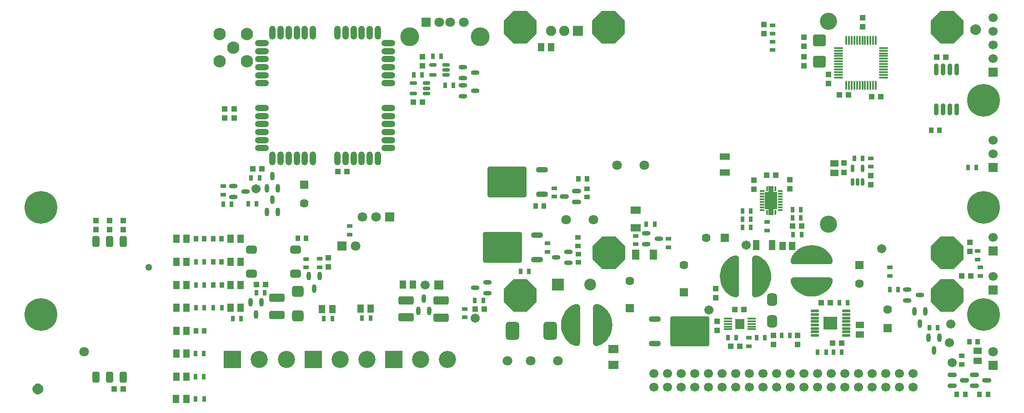
<source format=gts>
G04*
G04 #@! TF.GenerationSoftware,Altium Limited,Altium Designer,18.1.9 (240)*
G04*
G04 Layer_Color=8388736*
%FSLAX24Y24*%
%MOIN*%
G70*
G01*
G75*
%ADD48R,0.0356X0.0434*%
%ADD49R,0.0434X0.0356*%
%ADD50O,0.0671X0.0361*%
%ADD51O,0.0886X0.0433*%
G04:AMPARAMS|DCode=52|XSize=287.5mil|YSize=226.5mil|CornerRadius=14.9mil|HoleSize=0mil|Usage=FLASHONLY|Rotation=180.000|XOffset=0mil|YOffset=0mil|HoleType=Round|Shape=RoundedRectangle|*
%AMROUNDEDRECTD52*
21,1,0.2875,0.1967,0,0,180.0*
21,1,0.2577,0.2265,0,0,180.0*
1,1,0.0299,-0.1288,0.0983*
1,1,0.0299,0.1288,0.0983*
1,1,0.0299,0.1288,-0.0983*
1,1,0.0299,-0.1288,-0.0983*
%
%ADD52ROUNDEDRECTD52*%
%ADD53R,0.0493X0.0631*%
%ADD54R,0.0631X0.0493*%
G04:AMPARAMS|DCode=55|XSize=78.9mil|YSize=59.2mil|CornerRadius=16.8mil|HoleSize=0mil|Usage=FLASHONLY|Rotation=0.000|XOffset=0mil|YOffset=0mil|HoleType=Round|Shape=RoundedRectangle|*
%AMROUNDEDRECTD55*
21,1,0.0789,0.0256,0,0,0.0*
21,1,0.0453,0.0592,0,0,0.0*
1,1,0.0336,0.0226,-0.0128*
1,1,0.0336,-0.0226,-0.0128*
1,1,0.0336,-0.0226,0.0128*
1,1,0.0336,0.0226,0.0128*
%
%ADD55ROUNDEDRECTD55*%
%ADD56C,0.0671*%
G04:AMPARAMS|DCode=57|XSize=136mil|YSize=98.6mil|CornerRadius=26.6mil|HoleSize=0mil|Usage=FLASHONLY|Rotation=90.000|XOffset=0mil|YOffset=0mil|HoleType=Round|Shape=RoundedRectangle|*
%AMROUNDEDRECTD57*
21,1,0.1360,0.0453,0,0,90.0*
21,1,0.0827,0.0986,0,0,90.0*
1,1,0.0533,0.0226,0.0413*
1,1,0.0533,0.0226,-0.0413*
1,1,0.0533,-0.0226,-0.0413*
1,1,0.0533,-0.0226,0.0413*
%
%ADD57ROUNDEDRECTD57*%
%ADD58R,0.0493X0.0769*%
%ADD59R,0.0769X0.0493*%
%ADD60R,0.0433X0.0394*%
%ADD61O,0.0472X0.1024*%
%ADD62O,0.1024X0.0472*%
%ADD63R,0.0394X0.0433*%
%ADD64R,0.0315X0.0394*%
%ADD65R,0.0394X0.0315*%
%ADD66O,0.0630X0.0320*%
%ADD67O,0.0276X0.0571*%
%ADD68R,0.0610X0.0492*%
%ADD69O,0.0157X0.0669*%
%ADD70O,0.0669X0.0157*%
%ADD71O,0.0335X0.0889*%
G04:AMPARAMS|DCode=72|XSize=94.5mil|YSize=86.6mil|CornerRadius=14.4mil|HoleSize=0mil|Usage=FLASHONLY|Rotation=0.000|XOffset=0mil|YOffset=0mil|HoleType=Round|Shape=RoundedRectangle|*
%AMROUNDEDRECTD72*
21,1,0.0945,0.0579,0,0,0.0*
21,1,0.0657,0.0866,0,0,0.0*
1,1,0.0287,0.0329,-0.0289*
1,1,0.0287,-0.0329,-0.0289*
1,1,0.0287,-0.0329,0.0289*
1,1,0.0287,0.0329,0.0289*
%
%ADD72ROUNDEDRECTD72*%
%ADD73R,0.0433X0.0433*%
%ADD74R,0.0492X0.0610*%
%ADD75R,0.1004X0.0945*%
%ADD76O,0.0630X0.0217*%
%ADD77O,0.0320X0.0630*%
%ADD78O,0.0374X0.0157*%
%ADD79O,0.0157X0.0374*%
%ADD80R,0.0433X0.0827*%
%ADD81O,0.0571X0.0276*%
%ADD82R,0.0453X0.0591*%
G04:AMPARAMS|DCode=83|XSize=86.6mil|YSize=82.7mil|CornerRadius=21.7mil|HoleSize=0mil|Usage=FLASHONLY|Rotation=180.000|XOffset=0mil|YOffset=0mil|HoleType=Round|Shape=RoundedRectangle|*
%AMROUNDEDRECTD83*
21,1,0.0866,0.0394,0,0,180.0*
21,1,0.0433,0.0827,0,0,180.0*
1,1,0.0433,-0.0217,0.0197*
1,1,0.0433,0.0217,0.0197*
1,1,0.0433,0.0217,-0.0197*
1,1,0.0433,-0.0217,-0.0197*
%
%ADD83ROUNDEDRECTD83*%
G04:AMPARAMS|DCode=84|XSize=114.2mil|YSize=63mil|CornerRadius=16.7mil|HoleSize=0mil|Usage=FLASHONLY|Rotation=180.000|XOffset=0mil|YOffset=0mil|HoleType=Round|Shape=RoundedRectangle|*
%AMROUNDEDRECTD84*
21,1,0.1142,0.0295,0,0,180.0*
21,1,0.0807,0.0630,0,0,180.0*
1,1,0.0335,-0.0404,0.0148*
1,1,0.0335,0.0404,0.0148*
1,1,0.0335,0.0404,-0.0148*
1,1,0.0335,-0.0404,-0.0148*
%
%ADD84ROUNDEDRECTD84*%
%ADD85R,0.0433X0.0433*%
G04:AMPARAMS|DCode=86|XSize=90.6mil|YSize=72.8mil|CornerRadius=19.2mil|HoleSize=0mil|Usage=FLASHONLY|Rotation=90.000|XOffset=0mil|YOffset=0mil|HoleType=Round|Shape=RoundedRectangle|*
%AMROUNDEDRECTD86*
21,1,0.0906,0.0344,0,0,90.0*
21,1,0.0522,0.0728,0,0,90.0*
1,1,0.0384,0.0172,0.0261*
1,1,0.0384,0.0172,-0.0261*
1,1,0.0384,-0.0172,-0.0261*
1,1,0.0384,-0.0172,0.0261*
%
%ADD86ROUNDEDRECTD86*%
%ADD87R,0.0650X0.0768*%
%ADD88O,0.0610X0.0157*%
G04:AMPARAMS|DCode=89|XSize=55.1mil|YSize=76mil|CornerRadius=4.5mil|HoleSize=0mil|Usage=FLASHONLY|Rotation=90.000|XOffset=0mil|YOffset=0mil|HoleType=Round|Shape=RoundedRectangle|*
%AMROUNDEDRECTD89*
21,1,0.0551,0.0669,0,0,90.0*
21,1,0.0461,0.0760,0,0,90.0*
1,1,0.0091,0.0335,0.0230*
1,1,0.0091,0.0335,-0.0230*
1,1,0.0091,-0.0335,-0.0230*
1,1,0.0091,-0.0335,0.0230*
%
%ADD89ROUNDEDRECTD89*%
G04:AMPARAMS|DCode=90|XSize=55.1mil|YSize=76mil|CornerRadius=4.5mil|HoleSize=0mil|Usage=FLASHONLY|Rotation=0.000|XOffset=0mil|YOffset=0mil|HoleType=Round|Shape=RoundedRectangle|*
%AMROUNDEDRECTD90*
21,1,0.0551,0.0669,0,0,0.0*
21,1,0.0461,0.0760,0,0,0.0*
1,1,0.0091,0.0230,-0.0335*
1,1,0.0091,-0.0230,-0.0335*
1,1,0.0091,-0.0230,0.0335*
1,1,0.0091,0.0230,0.0335*
%
%ADD90ROUNDEDRECTD90*%
G04:AMPARAMS|DCode=91|XSize=283.5mil|YSize=222.4mil|CornerRadius=12.9mil|HoleSize=0mil|Usage=FLASHONLY|Rotation=0.000|XOffset=0mil|YOffset=0mil|HoleType=Round|Shape=RoundedRectangle|*
%AMROUNDEDRECTD91*
21,1,0.2835,0.1967,0,0,0.0*
21,1,0.2577,0.2224,0,0,0.0*
1,1,0.0258,0.1288,-0.0983*
1,1,0.0258,-0.1288,-0.0983*
1,1,0.0258,-0.1288,0.0983*
1,1,0.0258,0.1288,0.0983*
%
%ADD91ROUNDEDRECTD91*%
%ADD92R,0.0748X0.0591*%
G04:AMPARAMS|DCode=93|XSize=82.7mil|YSize=51.2mil|CornerRadius=13.8mil|HoleSize=0mil|Usage=FLASHONLY|Rotation=270.000|XOffset=0mil|YOffset=0mil|HoleType=Round|Shape=RoundedRectangle|*
%AMROUNDEDRECTD93*
21,1,0.0827,0.0236,0,0,270.0*
21,1,0.0551,0.0512,0,0,270.0*
1,1,0.0276,-0.0118,-0.0276*
1,1,0.0276,-0.0118,0.0276*
1,1,0.0276,0.0118,0.0276*
1,1,0.0276,0.0118,-0.0276*
%
%ADD93ROUNDEDRECTD93*%
%ADD94C,0.0710*%
%ADD95C,0.1261*%
%ADD96C,0.1379*%
%ADD97R,0.0710X0.0710*%
%ADD98R,0.0710X0.0710*%
%ADD99R,0.1261X0.1261*%
%ADD100C,0.0669*%
%ADD101C,0.0639*%
%ADD102R,0.0639X0.0639*%
%ADD103R,0.0639X0.0639*%
%ADD104R,0.0748X0.0748*%
%ADD105C,0.0748*%
%ADD106R,0.0669X0.0669*%
%ADD107C,0.0906*%
%ADD108C,0.0866*%
%ADD109R,0.0866X0.0866*%
%ADD110C,0.0512*%
%ADD111C,0.0709*%
%ADD112R,0.0669X0.0669*%
%ADD113P,0.2599X8X292.5*%
%ADD114C,0.2402*%
G36*
X1191Y1627D02*
X1088Y1614D01*
X992Y1574D01*
X910Y1511D01*
X847Y1429D01*
X807Y1333D01*
X794Y1230D01*
X807Y1128D01*
X847Y1032D01*
X910Y950D01*
X992Y886D01*
X1088Y847D01*
X1191Y833D01*
D01*
X1294Y847D01*
X1389Y886D01*
X1472Y950D01*
X1535Y1032D01*
X1575Y1128D01*
X1588Y1230D01*
X1575Y1333D01*
X1535Y1429D01*
X1472Y1511D01*
X1389Y1574D01*
X1294Y1614D01*
X1191Y1627D01*
D01*
D02*
G37*
G36*
X40715Y7469D02*
X40723Y7470D01*
X40794Y7452D01*
X40800Y7447D01*
X40809Y7445D01*
X40868Y7401D01*
X40872Y7394D01*
X40879Y7389D01*
X40918Y7327D01*
X40919Y7319D01*
X40924Y7312D01*
X40937Y7240D01*
X40937Y7236D01*
X40938Y7232D01*
Y4626D01*
X40937Y4622D01*
X40937Y4618D01*
X40923Y4544D01*
X40919Y4537D01*
X40917Y4529D01*
X40877Y4465D01*
X40870Y4460D01*
X40866Y4453D01*
X40805Y4408D01*
X40797Y4406D01*
X40791Y4401D01*
X40718Y4382D01*
X40709Y4383D01*
X40701Y4381D01*
X40626Y4390D01*
X40623Y4392D01*
X40618Y4391D01*
X40489Y4432D01*
X40488Y4433D01*
X40486Y4433D01*
X40335Y4494D01*
X40332Y4496D01*
X40329Y4497D01*
X40189Y4580D01*
X40187Y4583D01*
X40184Y4584D01*
X40059Y4688D01*
X40058Y4689D01*
X40056Y4690D01*
X40052Y4694D01*
X40051Y4696D01*
X40050Y4696D01*
X39900Y4862D01*
X39899Y4865D01*
X39897Y4867D01*
X39771Y5051D01*
X39771Y5054D01*
X39768Y5056D01*
X39668Y5255D01*
X39668Y5258D01*
X39666Y5260D01*
X39593Y5470D01*
X39593Y5473D01*
X39592Y5476D01*
X39547Y5694D01*
X39548Y5697D01*
X39547Y5700D01*
X39532Y5922D01*
X39533Y5925D01*
X39532Y5928D01*
X39547Y6150D01*
X39548Y6153D01*
X39547Y6156D01*
X39592Y6374D01*
X39593Y6377D01*
X39593Y6380D01*
X39666Y6591D01*
X39668Y6593D01*
X39668Y6596D01*
X39768Y6795D01*
X39771Y6797D01*
X39771Y6800D01*
X39897Y6984D01*
X39899Y6985D01*
X39900Y6988D01*
X40050Y7154D01*
X40051Y7155D01*
X40052Y7156D01*
X40054Y7158D01*
X40056Y7159D01*
X40056Y7161D01*
X40183Y7266D01*
X40186Y7267D01*
X40188Y7270D01*
X40330Y7354D01*
X40333Y7355D01*
X40336Y7357D01*
X40489Y7418D01*
X40491Y7418D01*
X40492Y7419D01*
X40626Y7461D01*
X40630Y7461D01*
X40634Y7463D01*
X40707Y7472D01*
X40715Y7469D01*
D02*
G37*
G36*
X42208Y7461D02*
X42212Y7459D01*
X42216Y7459D01*
X42346Y7419D01*
X42347Y7417D01*
X42349Y7417D01*
X42500Y7357D01*
X42502Y7354D01*
X42506Y7354D01*
X42645Y7271D01*
X42648Y7268D01*
X42651Y7267D01*
X42776Y7163D01*
X42777Y7161D01*
X42779Y7161D01*
X42783Y7156D01*
X42784Y7155D01*
X42785Y7154D01*
X42934Y6988D01*
X42935Y6985D01*
X42938Y6984D01*
X43063Y6800D01*
X43064Y6797D01*
X43066Y6795D01*
X43167Y6596D01*
X43167Y6593D01*
X43169Y6591D01*
X43242Y6380D01*
X43241Y6377D01*
X43243Y6374D01*
X43287Y6156D01*
X43287Y6153D01*
X43288Y6150D01*
X43303Y5928D01*
X43302Y5925D01*
X43303Y5922D01*
X43288Y5700D01*
X43287Y5697D01*
X43287Y5694D01*
X43243Y5476D01*
X43241Y5473D01*
X43242Y5470D01*
X43169Y5260D01*
X43167Y5258D01*
X43167Y5254D01*
X43066Y5055D01*
X43064Y5053D01*
X43063Y5051D01*
X42938Y4867D01*
X42935Y4865D01*
X42934Y4862D01*
X42785Y4696D01*
X42784Y4696D01*
X42783Y4694D01*
X42781Y4692D01*
X42779Y4691D01*
X42778Y4690D01*
X42652Y4585D01*
X42648Y4584D01*
X42646Y4581D01*
X42505Y4496D01*
X42501Y4496D01*
X42499Y4493D01*
X42346Y4432D01*
X42344Y4432D01*
X42343Y4431D01*
X42209Y4389D01*
X42204Y4389D01*
X42201Y4387D01*
X42128Y4379D01*
X42120Y4381D01*
X42112Y4380D01*
X42041Y4399D01*
X42034Y4404D01*
X42026Y4406D01*
X41967Y4449D01*
X41963Y4456D01*
X41956Y4461D01*
X41917Y4523D01*
X41915Y4531D01*
X41911Y4538D01*
X41897Y4610D01*
X41898Y4614D01*
X41896Y4618D01*
Y7224D01*
X41898Y7228D01*
X41897Y7232D01*
X41911Y7306D01*
X41916Y7313D01*
X41917Y7321D01*
X41958Y7385D01*
X41964Y7390D01*
X41969Y7397D01*
X42029Y7442D01*
X42037Y7444D01*
X42044Y7449D01*
X42117Y7468D01*
X42125Y7467D01*
X42133Y7469D01*
X42208Y7461D01*
D02*
G37*
G36*
X52280Y7963D02*
X52276Y7965D01*
X52272Y7964D01*
X52142Y8005D01*
X52141Y8006D01*
X52139Y8006D01*
X51988Y8066D01*
X51986Y8069D01*
X51982Y8069D01*
X51843Y8153D01*
X51841Y8155D01*
X51837Y8157D01*
X51712Y8260D01*
X51711Y8262D01*
X51710Y8263D01*
X51705Y8267D01*
X51704Y8269D01*
X51703Y8269D01*
X51554Y8435D01*
X51553Y8438D01*
X51550Y8439D01*
X51425Y8623D01*
X51424Y8626D01*
X51422Y8628D01*
X51322Y8827D01*
X51321Y8830D01*
X51319Y8833D01*
X51247Y9043D01*
X51247Y9046D01*
X51245Y9049D01*
X51201Y9267D01*
X51201Y9270D01*
X51200Y9273D01*
X51185Y9495D01*
X51186Y9498D01*
X51185Y9501D01*
X51200Y9723D01*
X51201Y9726D01*
X51201Y9729D01*
X51245Y9947D01*
X51247Y9950D01*
X51247Y9953D01*
X51319Y10163D01*
X51321Y10166D01*
X51322Y10169D01*
X51422Y10368D01*
X51424Y10370D01*
X51425Y10373D01*
X51550Y10557D01*
X51553Y10558D01*
X51554Y10561D01*
X51703Y10727D01*
X51704Y10727D01*
X51705Y10729D01*
X51707Y10731D01*
X51709Y10732D01*
X51710Y10733D01*
X51837Y10839D01*
X51840Y10840D01*
X51842Y10843D01*
X51983Y10927D01*
X51987Y10927D01*
X51989Y10930D01*
X52142Y10991D01*
X52144Y10991D01*
X52145Y10992D01*
X52280Y11034D01*
X52284Y11034D01*
X52287Y11036D01*
X52360Y11044D01*
X52368Y11042D01*
X52376Y11043D01*
X52447Y11024D01*
X52454Y11019D01*
X52462Y11017D01*
X52521Y10974D01*
X52525Y10967D01*
X52532Y10962D01*
X52571Y10900D01*
X52573Y10892D01*
X52577Y10885D01*
X52591Y10813D01*
X52590Y10809D01*
X52592Y10805D01*
Y8199D01*
X52590Y8195D01*
X52591Y8191D01*
X52577Y8117D01*
X52572Y8110D01*
X52571Y8102D01*
X52531Y8038D01*
X52524Y8033D01*
X52520Y8026D01*
X52459Y7981D01*
X52451Y7979D01*
X52444Y7974D01*
X52371Y7955D01*
X52363Y7956D01*
X52355Y7954D01*
X52280Y7963D01*
D02*
G37*
G36*
X58139Y11772D02*
X58141Y11771D01*
X58144Y11772D01*
X58363Y11727D01*
X58365Y11726D01*
X58368Y11726D01*
X58579Y11653D01*
X58581Y11651D01*
X58584Y11651D01*
X58783Y11551D01*
X58785Y11548D01*
X58788Y11548D01*
X58972Y11422D01*
X58974Y11419D01*
X58977Y11418D01*
X59142Y11269D01*
X59143Y11268D01*
X59144Y11267D01*
X59147Y11265D01*
X59147Y11263D01*
X59149Y11263D01*
X59254Y11136D01*
X59255Y11133D01*
X59258Y11130D01*
X59342Y10989D01*
X59343Y10985D01*
X59345Y10983D01*
X59406Y10830D01*
X59406Y10828D01*
X59408Y10827D01*
X59450Y10693D01*
X59449Y10689D01*
X59451Y10685D01*
X59460Y10612D01*
X59457Y10604D01*
X59459Y10596D01*
X59440Y10525D01*
X59435Y10518D01*
X59433Y10510D01*
X59389Y10451D01*
X59382Y10447D01*
X59378Y10440D01*
X59315Y10401D01*
X59307Y10400D01*
X59300Y10395D01*
X59228Y10381D01*
X59224Y10382D01*
X59220Y10381D01*
X56614D01*
X56611Y10382D01*
X56606Y10381D01*
X56532Y10396D01*
X56525Y10400D01*
X56517Y10401D01*
X56453Y10442D01*
X56448Y10449D01*
X56441Y10453D01*
X56397Y10514D01*
X56395Y10522D01*
X56390Y10528D01*
X56370Y10601D01*
X56371Y10610D01*
X56369Y10617D01*
X56378Y10693D01*
X56380Y10696D01*
X56380Y10700D01*
X56420Y10830D01*
X56421Y10831D01*
X56421Y10833D01*
X56482Y10984D01*
X56484Y10987D01*
X56485Y10990D01*
X56568Y11130D01*
X56571Y11132D01*
X56572Y11135D01*
X56676Y11260D01*
X56677Y11261D01*
X56678Y11263D01*
X56683Y11267D01*
X56684Y11268D01*
X56685Y11269D01*
X56850Y11418D01*
X56853Y11419D01*
X56855Y11422D01*
X57039Y11548D01*
X57042Y11548D01*
X57044Y11551D01*
X57243Y11651D01*
X57246Y11651D01*
X57248Y11653D01*
X57459Y11726D01*
X57462Y11726D01*
X57464Y11727D01*
X57682Y11772D01*
X57685Y11771D01*
X57688Y11772D01*
X57911Y11787D01*
X57913Y11786D01*
X57916Y11787D01*
X58139Y11772D01*
D02*
G37*
G36*
X53862Y11034D02*
X53866Y11031D01*
X53870Y11032D01*
X53999Y10991D01*
X54001Y10990D01*
X54002Y10990D01*
X54153Y10930D01*
X54156Y10927D01*
X54159Y10927D01*
X54299Y10843D01*
X54301Y10841D01*
X54305Y10840D01*
X54430Y10736D01*
X54430Y10734D01*
X54432Y10733D01*
X54437Y10729D01*
X54437Y10727D01*
X54439Y10727D01*
X54588Y10561D01*
X54589Y10558D01*
X54591Y10557D01*
X54717Y10373D01*
X54718Y10370D01*
X54720Y10368D01*
X54820Y10169D01*
X54820Y10166D01*
X54822Y10163D01*
X54895Y9953D01*
X54895Y9950D01*
X54897Y9947D01*
X54941Y9729D01*
X54940Y9726D01*
X54942Y9723D01*
X54956Y9501D01*
X54956Y9498D01*
X54956Y9495D01*
X54942Y9273D01*
X54940Y9270D01*
X54941Y9267D01*
X54897Y9049D01*
X54895Y9046D01*
X54895Y9043D01*
X54822Y8833D01*
X54820Y8830D01*
X54820Y8827D01*
X54720Y8628D01*
X54718Y8626D01*
X54717Y8623D01*
X54591Y8439D01*
X54589Y8438D01*
X54588Y8435D01*
X54439Y8269D01*
X54437Y8269D01*
X54437Y8267D01*
X54434Y8265D01*
X54433Y8264D01*
X54432Y8263D01*
X54305Y8157D01*
X54302Y8156D01*
X54300Y8154D01*
X54158Y8069D01*
X54155Y8069D01*
X54152Y8066D01*
X53999Y8005D01*
X53998Y8005D01*
X53996Y8004D01*
X53862Y7962D01*
X53858Y7962D01*
X53854Y7960D01*
X53781Y7952D01*
X53773Y7954D01*
X53765Y7953D01*
X53694Y7972D01*
X53688Y7977D01*
X53680Y7979D01*
X53621Y8022D01*
X53616Y8029D01*
X53610Y8034D01*
X53570Y8096D01*
X53569Y8104D01*
X53564Y8111D01*
X53551Y8183D01*
X53552Y8187D01*
X53550Y8191D01*
Y10797D01*
X53552Y10801D01*
X53551Y10805D01*
X53565Y10879D01*
X53569Y10886D01*
X53571Y10894D01*
X53611Y10958D01*
X53618Y10963D01*
X53622Y10970D01*
X53683Y11015D01*
X53691Y11017D01*
X53698Y11022D01*
X53771Y11041D01*
X53779Y11040D01*
X53787Y11042D01*
X53862Y11034D01*
D02*
G37*
G36*
X59216Y9421D02*
X59220Y9422D01*
X59295Y9408D01*
X59302Y9403D01*
X59310Y9402D01*
X59374Y9361D01*
X59378Y9355D01*
X59385Y9350D01*
X59430Y9289D01*
X59432Y9281D01*
X59437Y9275D01*
X59456Y9202D01*
X59455Y9194D01*
X59458Y9186D01*
X59449Y9111D01*
X59447Y9107D01*
X59447Y9103D01*
X59407Y8973D01*
X59406Y8972D01*
X59406Y8970D01*
X59345Y8819D01*
X59343Y8817D01*
X59342Y8813D01*
X59259Y8673D01*
X59256Y8671D01*
X59255Y8668D01*
X59151Y8543D01*
X59149Y8542D01*
X59149Y8540D01*
X59144Y8536D01*
X59143Y8535D01*
X59142Y8534D01*
X58977Y8385D01*
X58974Y8384D01*
X58972Y8381D01*
X58788Y8255D01*
X58785Y8255D01*
X58783Y8253D01*
X58584Y8152D01*
X58581Y8152D01*
X58579Y8150D01*
X58368Y8077D01*
X58365Y8077D01*
X58363Y8076D01*
X58144Y8032D01*
X58141Y8032D01*
X58139Y8031D01*
X57916Y8016D01*
X57913Y8017D01*
X57910Y8016D01*
X57688Y8031D01*
X57685Y8032D01*
X57682Y8032D01*
X57464Y8076D01*
X57462Y8077D01*
X57459Y8077D01*
X57248Y8150D01*
X57246Y8152D01*
X57243Y8152D01*
X57044Y8253D01*
X57042Y8255D01*
X57039Y8255D01*
X56855Y8381D01*
X56853Y8384D01*
X56850Y8385D01*
X56685Y8534D01*
X56684Y8535D01*
X56683Y8536D01*
X56680Y8538D01*
X56680Y8540D01*
X56678Y8541D01*
X56573Y8667D01*
X56572Y8671D01*
X56569Y8673D01*
X56485Y8814D01*
X56484Y8818D01*
X56482Y8820D01*
X56420Y8973D01*
X56420Y8975D01*
X56419Y8976D01*
X56377Y9110D01*
X56378Y9115D01*
X56376Y9118D01*
X56367Y9191D01*
X56369Y9199D01*
X56368Y9207D01*
X56387Y9278D01*
X56392Y9285D01*
X56394Y9293D01*
X56437Y9352D01*
X56444Y9356D01*
X56449Y9363D01*
X56511Y9402D01*
X56519Y9403D01*
X56526Y9408D01*
X56598Y9422D01*
X56603Y9421D01*
X56607Y9422D01*
X59212D01*
X59216Y9421D01*
D02*
G37*
G36*
X55378Y14425D02*
X55366Y14417D01*
X55122D01*
Y14008D01*
X55114Y13992D01*
X55098Y13982D01*
X55000D01*
X54969Y13995D01*
X54957Y14026D01*
Y14268D01*
X54925D01*
Y14026D01*
X54913Y13995D01*
X54882Y13982D01*
X54783D01*
X54772Y13992D01*
X54764Y14008D01*
X54760Y14020D01*
Y14417D01*
X54516D01*
X54504Y14425D01*
X54496Y14437D01*
Y15681D01*
X54504Y15693D01*
X54520Y15701D01*
X54760D01*
Y16106D01*
X54764Y16118D01*
X54772Y16130D01*
X54783Y16136D01*
X54882D01*
X54913Y16123D01*
X54925Y16093D01*
Y15850D01*
X54957D01*
Y16093D01*
X54969Y16123D01*
X55000Y16136D01*
X55098D01*
X55114Y16122D01*
X55122Y16098D01*
Y15701D01*
X55358D01*
X55378Y15697D01*
X55386Y15677D01*
Y14437D01*
X55378Y14425D01*
D02*
G37*
G36*
X69941Y28025D02*
X69838Y28012D01*
X69742Y27972D01*
X69660Y27909D01*
X69597Y27826D01*
X69557Y27731D01*
X69544Y27628D01*
X69557Y27525D01*
X69597Y27429D01*
X69660Y27347D01*
X69742Y27284D01*
X69838Y27244D01*
X69941Y27231D01*
D01*
X70044Y27244D01*
X70139Y27284D01*
X70222Y27347D01*
X70285Y27429D01*
X70325Y27525D01*
X70338Y27628D01*
X70325Y27731D01*
X70285Y27826D01*
X70222Y27909D01*
X70139Y27972D01*
X70044Y28012D01*
X69941Y28025D01*
D01*
D02*
G37*
D48*
X13376Y12257D02*
D03*
X12766D02*
D03*
X38278Y14665D02*
D03*
X37668D02*
D03*
X41437Y16663D02*
D03*
X40827D02*
D03*
X69173Y817D02*
D03*
X68563D02*
D03*
X70837D02*
D03*
X70227D02*
D03*
X67283Y20226D02*
D03*
X66673D02*
D03*
X69488Y4709D02*
D03*
X70098D02*
D03*
X20236Y12283D02*
D03*
X20846D02*
D03*
X12766Y5506D02*
D03*
X13376D02*
D03*
X14656Y12248D02*
D03*
X14046D02*
D03*
X14656Y10572D02*
D03*
X14046D02*
D03*
X14675Y8867D02*
D03*
X14065D02*
D03*
D49*
X40797Y12352D02*
D03*
Y11742D02*
D03*
X41437Y15945D02*
D03*
Y15335D02*
D03*
X40807Y10522D02*
D03*
Y11132D02*
D03*
X68907Y3652D02*
D03*
Y3042D02*
D03*
D50*
X40684Y14951D02*
D03*
Y15751D02*
D03*
X39774Y15351D02*
D03*
X68214Y2264D02*
D03*
Y1464D02*
D03*
X69124Y1864D02*
D03*
X69838Y2272D02*
D03*
Y1472D02*
D03*
X70748Y1872D02*
D03*
D51*
X38140Y17315D02*
D03*
Y15520D02*
D03*
X37795Y12531D02*
D03*
Y10736D02*
D03*
X46427Y6360D02*
D03*
Y4565D02*
D03*
D52*
X35581Y16417D02*
D03*
X35236Y11634D02*
D03*
D53*
X22766Y7106D02*
D03*
X22018D02*
D03*
X15315Y8877D02*
D03*
X16063D02*
D03*
X12088Y12248D02*
D03*
X11340D02*
D03*
X12087Y5506D02*
D03*
X11339D02*
D03*
X15315Y12254D02*
D03*
X16063D02*
D03*
X15315Y10571D02*
D03*
X16063D02*
D03*
X15315Y7192D02*
D03*
X16063D02*
D03*
X25581Y7116D02*
D03*
X24833D02*
D03*
D54*
X70098Y4045D02*
D03*
Y3297D02*
D03*
D55*
X16860Y9685D02*
D03*
Y11457D02*
D03*
X20089Y9685D02*
D03*
Y11457D02*
D03*
D56*
X17185Y15915D02*
D03*
X33234Y6437D02*
D03*
X53130Y11801D02*
D03*
X50374Y7018D02*
D03*
X68130Y6004D02*
D03*
X68022Y4636D02*
D03*
X68199Y3169D02*
D03*
X63061Y11526D02*
D03*
D57*
X35984Y5512D02*
D03*
X38740D02*
D03*
D58*
X53858Y11782D02*
D03*
X55000D02*
D03*
D59*
X51545Y18287D02*
D03*
Y17146D02*
D03*
D60*
X67069Y25581D02*
D03*
X67739D02*
D03*
X33903Y7106D02*
D03*
X33233D02*
D03*
X62992Y22709D02*
D03*
X62323D02*
D03*
X59961Y22817D02*
D03*
X60630D02*
D03*
X59449Y4596D02*
D03*
X60118D02*
D03*
X58612Y7559D02*
D03*
X59282D02*
D03*
X54626Y16939D02*
D03*
X55295D02*
D03*
X56516Y13199D02*
D03*
X57185D02*
D03*
X68917Y9547D02*
D03*
X69587D02*
D03*
X29390Y22313D02*
D03*
X28720D02*
D03*
X23169Y17185D02*
D03*
X23839D02*
D03*
X16939Y17382D02*
D03*
X17608D02*
D03*
X17874Y8898D02*
D03*
X17205D02*
D03*
X51968Y4374D02*
D03*
X52638D02*
D03*
X52943Y7080D02*
D03*
X52274D02*
D03*
X6770Y1230D02*
D03*
X7440D02*
D03*
D61*
X26111Y27402D02*
D03*
Y18150D02*
D03*
X18985Y27402D02*
D03*
X18394D02*
D03*
X19576D02*
D03*
X20166D02*
D03*
X20757D02*
D03*
X21347D02*
D03*
X24930D02*
D03*
X23158D02*
D03*
X23749D02*
D03*
X24339D02*
D03*
X25520D02*
D03*
X19576Y18150D02*
D03*
X18985D02*
D03*
X18394D02*
D03*
X21347D02*
D03*
X20757D02*
D03*
X20166D02*
D03*
X25520D02*
D03*
X24930D02*
D03*
X24339D02*
D03*
X23749D02*
D03*
X23158D02*
D03*
D62*
X17627Y18917D02*
D03*
Y21870D02*
D03*
Y24862D02*
D03*
X26879Y18917D02*
D03*
Y21870D02*
D03*
Y24862D02*
D03*
X17627Y19508D02*
D03*
Y20098D02*
D03*
Y20689D02*
D03*
Y21280D02*
D03*
Y23681D02*
D03*
Y24272D02*
D03*
Y25453D02*
D03*
Y26043D02*
D03*
Y26634D02*
D03*
X26879Y19508D02*
D03*
Y20098D02*
D03*
Y20689D02*
D03*
Y21280D02*
D03*
Y23681D02*
D03*
Y24272D02*
D03*
Y26043D02*
D03*
Y25453D02*
D03*
Y26634D02*
D03*
D63*
X54419Y27992D02*
D03*
Y27323D02*
D03*
X60276Y17815D02*
D03*
Y17146D02*
D03*
X62264Y16240D02*
D03*
Y16909D02*
D03*
X61644Y28494D02*
D03*
Y27825D02*
D03*
X57363Y26390D02*
D03*
Y27059D02*
D03*
X57362Y25642D02*
D03*
Y24973D02*
D03*
X59163Y24323D02*
D03*
Y23654D02*
D03*
X56308Y15915D02*
D03*
Y16585D02*
D03*
X53681Y15886D02*
D03*
Y16555D02*
D03*
X69508Y11998D02*
D03*
Y11329D02*
D03*
X29370Y25630D02*
D03*
Y24961D02*
D03*
X22472Y10866D02*
D03*
Y10197D02*
D03*
X56890Y5168D02*
D03*
Y4499D02*
D03*
X55128Y5168D02*
D03*
Y4499D02*
D03*
X50881Y8593D02*
D03*
Y7923D02*
D03*
X50984Y6204D02*
D03*
Y5535D02*
D03*
X5442Y13612D02*
D03*
Y12943D02*
D03*
X6436Y13612D02*
D03*
Y12943D02*
D03*
X7440Y13593D02*
D03*
Y12923D02*
D03*
X15581Y21142D02*
D03*
Y21811D02*
D03*
X14882Y21142D02*
D03*
Y21811D02*
D03*
D64*
X36585Y9852D02*
D03*
X37195D02*
D03*
X24961Y6417D02*
D03*
X25571D02*
D03*
X14065Y7202D02*
D03*
X14675D02*
D03*
X61053Y18179D02*
D03*
X61663D02*
D03*
X33224Y7717D02*
D03*
X33834D02*
D03*
X58966Y3937D02*
D03*
X58356D02*
D03*
X60118D02*
D03*
X59508D02*
D03*
X60551Y7560D02*
D03*
X59941D02*
D03*
X63652Y8533D02*
D03*
X64262D02*
D03*
X66546Y5728D02*
D03*
X67156D02*
D03*
X52835Y13100D02*
D03*
X53445D02*
D03*
X52835Y13701D02*
D03*
X53445D02*
D03*
X52835Y14301D02*
D03*
X53445D02*
D03*
X57126Y14400D02*
D03*
X56516D02*
D03*
X57126Y13799D02*
D03*
X56516D02*
D03*
X57175Y12580D02*
D03*
X56565D02*
D03*
X69980Y17500D02*
D03*
X69370D02*
D03*
X31044Y23533D02*
D03*
X31654D02*
D03*
X30138Y25650D02*
D03*
X30748D02*
D03*
X28750Y24281D02*
D03*
X29360D02*
D03*
X14784Y14793D02*
D03*
X15394D02*
D03*
X17224Y14823D02*
D03*
X16614D02*
D03*
X17441Y16742D02*
D03*
X16831D02*
D03*
X13356Y2126D02*
D03*
X12746D02*
D03*
X13376Y8867D02*
D03*
X12766D02*
D03*
X13376Y10572D02*
D03*
X12766D02*
D03*
X13376Y7202D02*
D03*
X12766D02*
D03*
X13356Y3821D02*
D03*
X12746D02*
D03*
X13366Y482D02*
D03*
X12756D02*
D03*
X17199Y8287D02*
D03*
X17809D02*
D03*
X16092Y6388D02*
D03*
X15482D02*
D03*
X22156Y6407D02*
D03*
X22766D02*
D03*
X55709Y5178D02*
D03*
X56319D02*
D03*
X54488Y4983D02*
D03*
X53878D02*
D03*
X51788Y5013D02*
D03*
X52398D02*
D03*
X46407Y13337D02*
D03*
X45797D02*
D03*
D65*
X38558Y11919D02*
D03*
Y11309D02*
D03*
X62264Y18179D02*
D03*
Y17569D02*
D03*
X55049Y26134D02*
D03*
Y26744D02*
D03*
Y27315D02*
D03*
Y27925D02*
D03*
X32485Y7106D02*
D03*
Y6496D02*
D03*
X63652Y10157D02*
D03*
Y9547D02*
D03*
X54646Y12874D02*
D03*
Y13484D02*
D03*
X70266Y9538D02*
D03*
Y10148D02*
D03*
X70098Y11348D02*
D03*
Y10738D02*
D03*
X24065Y13189D02*
D03*
Y12579D02*
D03*
X14793Y15512D02*
D03*
Y16122D02*
D03*
X39045Y15964D02*
D03*
Y15354D02*
D03*
X21851Y10177D02*
D03*
Y10787D02*
D03*
X20837Y10758D02*
D03*
Y10148D02*
D03*
X53317Y4983D02*
D03*
Y4373D02*
D03*
X47421Y12254D02*
D03*
Y11644D02*
D03*
X45010Y11870D02*
D03*
Y12480D02*
D03*
D66*
X39183Y10902D02*
D03*
X40093Y11302D02*
D03*
Y10502D02*
D03*
X34144Y9078D02*
D03*
Y8278D02*
D03*
X33234Y8678D02*
D03*
X65836Y8133D02*
D03*
X64926Y7733D02*
D03*
Y8533D02*
D03*
X33243Y24475D02*
D03*
X32333Y24075D02*
D03*
Y24875D02*
D03*
X33243Y23133D02*
D03*
X32333Y22733D02*
D03*
Y23533D02*
D03*
X16427Y15722D02*
D03*
X15517Y15322D02*
D03*
Y16122D02*
D03*
X46702Y12259D02*
D03*
X45792Y11859D02*
D03*
Y12659D02*
D03*
D67*
X61663Y16435D02*
D03*
Y17419D02*
D03*
X60915Y16435D02*
D03*
Y17419D02*
D03*
X61289Y16435D02*
D03*
D68*
X59567Y17096D02*
D03*
Y17805D02*
D03*
X61447Y5236D02*
D03*
Y5945D02*
D03*
D69*
X60453Y23536D02*
D03*
X60650D02*
D03*
X60846D02*
D03*
X61043D02*
D03*
X61240D02*
D03*
X61437D02*
D03*
X61634D02*
D03*
X61831D02*
D03*
X62028D02*
D03*
X62224D02*
D03*
Y26843D02*
D03*
X62028D02*
D03*
X61831D02*
D03*
X61634D02*
D03*
X61437D02*
D03*
X61240D02*
D03*
X61043D02*
D03*
X60846D02*
D03*
X60650D02*
D03*
X60453D02*
D03*
X62421Y23536D02*
D03*
X62618D02*
D03*
Y26843D02*
D03*
X62421D02*
D03*
D70*
X63189Y24107D02*
D03*
Y24304D02*
D03*
Y24500D02*
D03*
Y24697D02*
D03*
Y24894D02*
D03*
Y25485D02*
D03*
Y25681D02*
D03*
Y25878D02*
D03*
Y26075D02*
D03*
Y26272D02*
D03*
Y25091D02*
D03*
Y25288D02*
D03*
X59882Y24894D02*
D03*
Y24697D02*
D03*
Y24500D02*
D03*
Y24304D02*
D03*
Y24107D02*
D03*
Y26272D02*
D03*
Y26075D02*
D03*
Y25878D02*
D03*
Y25681D02*
D03*
Y25485D02*
D03*
Y25288D02*
D03*
Y25091D02*
D03*
D71*
X68061Y24702D02*
D03*
Y21752D02*
D03*
X67061Y24702D02*
D03*
X67561D02*
D03*
X68561D02*
D03*
X67061Y21752D02*
D03*
X67561D02*
D03*
X68561D02*
D03*
D72*
X58474Y26843D02*
D03*
Y25268D02*
D03*
D73*
X57913Y8852D02*
D03*
Y10952D02*
D03*
D74*
X55778Y11722D02*
D03*
X56486D02*
D03*
X38091Y26339D02*
D03*
X38799D02*
D03*
D75*
X59291Y6063D02*
D03*
D76*
X60433Y6959D02*
D03*
Y6703D02*
D03*
Y6447D02*
D03*
Y6191D02*
D03*
Y5935D02*
D03*
Y5679D02*
D03*
Y5423D02*
D03*
Y5167D02*
D03*
X58150D02*
D03*
Y5423D02*
D03*
Y5679D02*
D03*
Y5935D02*
D03*
Y6191D02*
D03*
Y6447D02*
D03*
Y6703D02*
D03*
Y6959D02*
D03*
D77*
X65840Y6014D02*
D03*
X65440Y6924D02*
D03*
X66240D02*
D03*
X66870Y4075D02*
D03*
X66470Y4985D02*
D03*
X67270D02*
D03*
X18392Y15131D02*
D03*
X18792Y14221D02*
D03*
X17992D02*
D03*
X18389Y16875D02*
D03*
X18789Y15965D02*
D03*
X17989D02*
D03*
X16789Y7610D02*
D03*
X17589D02*
D03*
X17189Y6700D02*
D03*
X21450Y8613D02*
D03*
X21050Y9523D02*
D03*
X21850D02*
D03*
X29474Y7864D02*
D03*
X29874Y6954D02*
D03*
X29074D02*
D03*
D78*
X54272Y15748D02*
D03*
Y15551D02*
D03*
Y15354D02*
D03*
Y15157D02*
D03*
Y14961D02*
D03*
Y14764D02*
D03*
Y14567D02*
D03*
Y14370D02*
D03*
X55610D02*
D03*
Y14567D02*
D03*
Y14764D02*
D03*
Y14961D02*
D03*
Y15157D02*
D03*
Y15354D02*
D03*
Y15551D02*
D03*
Y15748D02*
D03*
D79*
X54646Y14193D02*
D03*
X55236D02*
D03*
X54646Y15925D02*
D03*
X55236D02*
D03*
D80*
X54941Y15059D02*
D03*
D81*
X31122Y25039D02*
D03*
X30138D02*
D03*
X31122Y24291D02*
D03*
X30138D02*
D03*
X31122Y24665D02*
D03*
X29695Y23681D02*
D03*
X28711D02*
D03*
X29695Y22933D02*
D03*
X28711D02*
D03*
X29695Y23307D02*
D03*
D82*
X11339Y2126D02*
D03*
X12087D02*
D03*
X11339Y8877D02*
D03*
X12087D02*
D03*
X11340Y10562D02*
D03*
X12088D02*
D03*
X11339Y7192D02*
D03*
X12087D02*
D03*
X11339Y3821D02*
D03*
X12087D02*
D03*
X11329Y482D02*
D03*
X12077D02*
D03*
X27940Y8888D02*
D03*
X28688D02*
D03*
D83*
X20236Y8396D02*
D03*
Y6585D02*
D03*
D84*
X18730Y7933D02*
D03*
Y6673D02*
D03*
X28188Y6486D02*
D03*
Y7746D02*
D03*
X30757Y6467D02*
D03*
Y7726D02*
D03*
D85*
X52021Y9498D02*
D03*
X54121D02*
D03*
X42467Y5925D02*
D03*
X40367D02*
D03*
D86*
X55020Y6181D02*
D03*
Y7795D02*
D03*
D87*
X52648Y6008D02*
D03*
D88*
X53514Y6402D02*
D03*
Y6205D02*
D03*
Y6008D02*
D03*
Y5811D02*
D03*
Y5615D02*
D03*
X51782D02*
D03*
Y5811D02*
D03*
Y6008D02*
D03*
Y6205D02*
D03*
Y6402D02*
D03*
D89*
X45009Y13080D02*
D03*
Y14380D02*
D03*
D90*
Y11104D02*
D03*
X46309D02*
D03*
D91*
X48986Y5463D02*
D03*
D92*
X43376Y3012D02*
D03*
Y4154D02*
D03*
D93*
X6438Y2105D02*
D03*
Y12055D02*
D03*
X7438Y2105D02*
D03*
X5438D02*
D03*
X7438Y12055D02*
D03*
X5438D02*
D03*
D94*
X35630Y3287D02*
D03*
X39311D02*
D03*
X37311D02*
D03*
X41919Y13652D02*
D03*
X39919D02*
D03*
X45652Y17667D02*
D03*
X43652D02*
D03*
X30630Y28179D02*
D03*
X31417D02*
D03*
X32402D02*
D03*
X71229Y3972D02*
D03*
X24994Y13878D02*
D03*
X25994D02*
D03*
X24498Y11732D02*
D03*
D95*
X59144Y28219D02*
D03*
Y13327D02*
D03*
X17431Y3406D02*
D03*
X19400D02*
D03*
X23337D02*
D03*
X25305D02*
D03*
X29242D02*
D03*
X31211D02*
D03*
D96*
X28435Y27106D02*
D03*
X33622D02*
D03*
D97*
X29646Y28179D02*
D03*
X26994Y13878D02*
D03*
X23498Y11732D02*
D03*
D98*
X71229Y2972D02*
D03*
D99*
X15463Y3406D02*
D03*
X21368D02*
D03*
X27274D02*
D03*
D100*
X61357Y2362D02*
D03*
Y1362D02*
D03*
X62357Y2362D02*
D03*
Y1362D02*
D03*
X63357Y2362D02*
D03*
Y1362D02*
D03*
X64357D02*
D03*
Y2362D02*
D03*
X65357Y1362D02*
D03*
Y2362D02*
D03*
X56357D02*
D03*
Y1362D02*
D03*
X57357Y2362D02*
D03*
Y1362D02*
D03*
X58357Y2362D02*
D03*
Y1362D02*
D03*
X59357D02*
D03*
Y2362D02*
D03*
X60357Y1362D02*
D03*
Y2362D02*
D03*
X51357D02*
D03*
Y1362D02*
D03*
X52357Y2362D02*
D03*
Y1362D02*
D03*
X53357Y2362D02*
D03*
Y1362D02*
D03*
X54357D02*
D03*
Y2362D02*
D03*
X55357Y1362D02*
D03*
Y2362D02*
D03*
X46357D02*
D03*
Y1362D02*
D03*
X47357Y2362D02*
D03*
Y1362D02*
D03*
X48357Y2362D02*
D03*
Y1362D02*
D03*
X49357D02*
D03*
Y2362D02*
D03*
X50357Y1362D02*
D03*
Y2362D02*
D03*
X71229Y9494D02*
D03*
Y12362D02*
D03*
X71201Y28484D02*
D03*
Y25484D02*
D03*
Y27484D02*
D03*
Y26484D02*
D03*
X71229Y18490D02*
D03*
Y19490D02*
D03*
X29593Y8878D02*
D03*
D101*
X20728Y14862D02*
D03*
X61417Y8961D02*
D03*
X63474Y7067D02*
D03*
X50167Y12333D02*
D03*
X48553Y10317D02*
D03*
X44587Y9169D02*
D03*
D102*
X20728Y16240D02*
D03*
X61417Y10339D02*
D03*
X63474Y5689D02*
D03*
X48553Y8317D02*
D03*
X44587Y7169D02*
D03*
D103*
X51545Y12333D02*
D03*
D104*
X40778Y27530D02*
D03*
D105*
X38809D02*
D03*
X39793D02*
D03*
D106*
X71229Y8494D02*
D03*
Y11362D02*
D03*
X71201Y24484D02*
D03*
X71229Y17490D02*
D03*
D107*
X14524Y25283D02*
D03*
Y27283D02*
D03*
X16524Y25283D02*
D03*
Y27283D02*
D03*
X15524Y26283D02*
D03*
D108*
X41673Y8907D02*
D03*
D109*
X39311D02*
D03*
D110*
X9300Y10177D02*
D03*
D111*
X4576Y3957D02*
D03*
D112*
X30593Y8878D02*
D03*
D113*
X67843Y11240D02*
D03*
X43040Y11230D02*
D03*
X43020Y27785D02*
D03*
X67853Y27785D02*
D03*
Y8100D02*
D03*
X36554Y27785D02*
D03*
Y8100D02*
D03*
D114*
X1404Y14571D02*
D03*
X70499D02*
D03*
X70499Y22445D02*
D03*
Y6697D02*
D03*
X1404D02*
D03*
M02*

</source>
